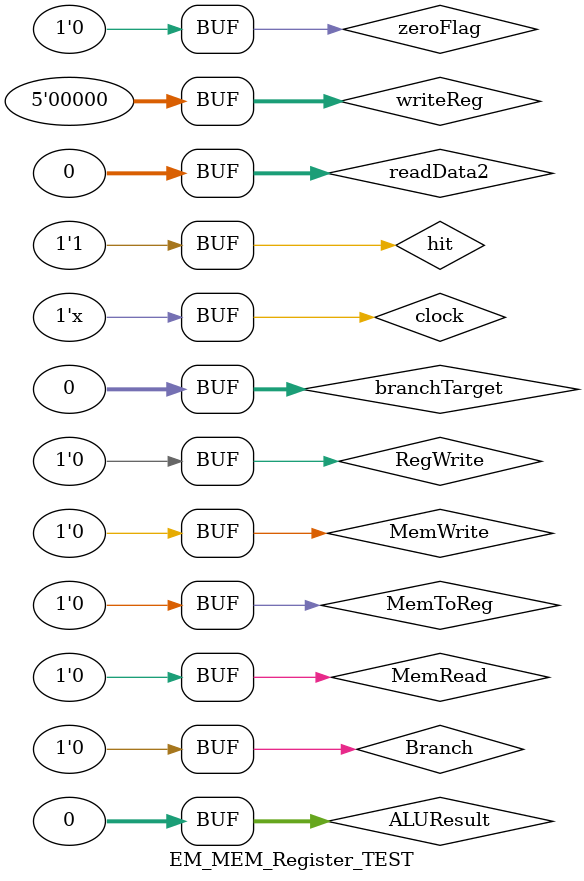
<source format=v>
`timescale 1ns / 1ps


module EM_MEM_Register_TEST;

	// Inputs
	reg clock;
	reg hit;
	reg [31:0] branchTarget;
	reg zeroFlag;
	reg [31:0] ALUResult;
	reg [31:0] readData2;
	reg [4:0] writeReg;
	reg MemRead;
	reg MemWrite;
	reg Branch;
	reg RegWrite;
	reg MemToReg;

	// Outputs
	wire [31:0] branchTargetOut;
	wire zeroFlagOut;
	wire [31:0] ALUResultOut;
	wire [31:0] readData2Out;
	wire [4:0] writeRegOut;
	wire MemReadOut;
	wire MemWriteOut;
	wire BranchOut;
	wire RegWriteOut;
	wire MemToRegOut;
	wire hitOut;

	// Instantiate the Unit Under Test (UUT)
	EM_MEM_Register uut (
		.clock(clock), 
		.hit(hit), 
		.branchTarget(branchTarget), 
		.zeroFlag(zeroFlag), 
		.ALUResult(ALUResult), 
		.readData2(readData2), 
		.writeReg(writeReg), 
		.MemRead(MemRead), 
		.MemWrite(MemWrite), 
		.Branch(Branch), 
		.RegWrite(RegWrite), 
		.MemToReg(MemToReg), 
		.branchTargetOut(branchTargetOut), 
		.zeroFlagOut(zeroFlagOut), 
		.ALUResultOut(ALUResultOut), 
		.readData2Out(readData2Out), 
		.writeRegOut(writeRegOut), 
		.MemReadOut(MemReadOut), 
		.MemWriteOut(MemWriteOut), 
		.BranchOut(BranchOut), 
		.RegWriteOut(RegWriteOut), 
		.MemToRegOut(MemToRegOut), 
		.hitOut(hitOut)
	);

	always #20 clock =~clock;
	initial begin
		// Initialize Inputs
		clock = 0;
		hit = 0;
		branchTarget = 0;
		zeroFlag = 0;
		ALUResult = 0;
		readData2 = 0;
		writeReg = 0;
		MemRead = 0;
		MemWrite = 0;
		Branch = 0;
		RegWrite = 0;
		MemToReg = 0;

		#50 hit = 1;
		#50 branchTarget = 0;
		#50 zeroFlag = 0;
		#50 ALUResult = 0;
		#50 readData2 = 0;
		#50 writeReg = 0;
		#50 MemRead = 0;
		#50 MemWrite = 0;
		#50 Branch = 0;
		#50 RegWrite = 0;
		#50 MemToReg = 0;
		// Wait 100 ns for global reset to finish
		#100;
        
		// Add stimulus here

	end
      
endmodule


</source>
